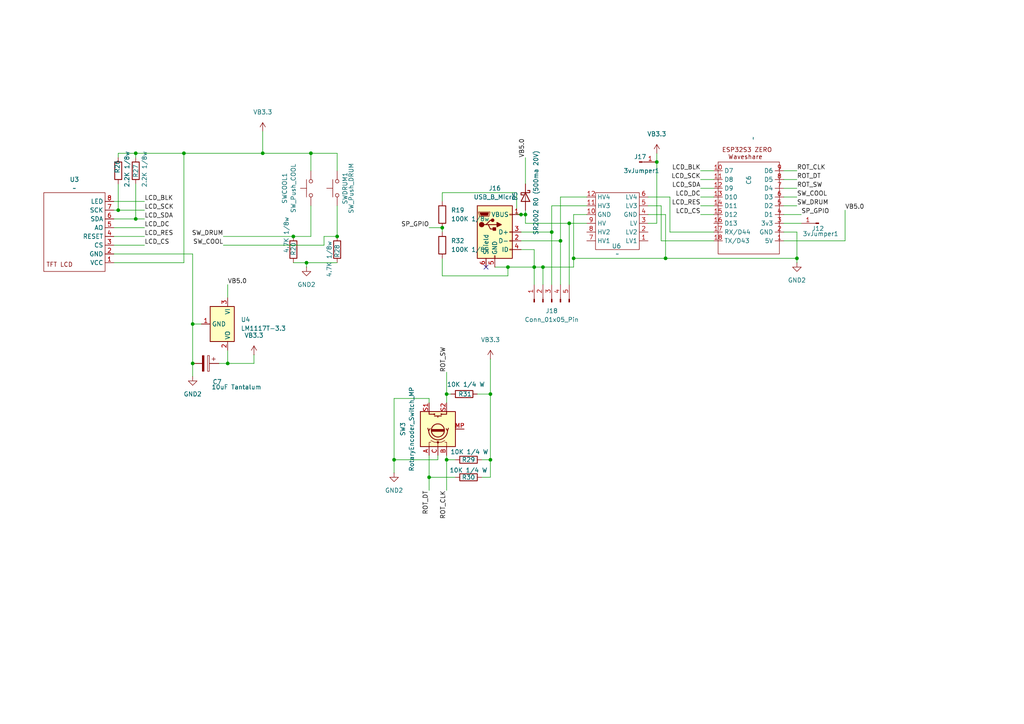
<source format=kicad_sch>
(kicad_sch (version 20231120) (generator "eeschema") (generator_version "8.0")
  (paper "A4")
  (lib_symbols
    (symbol "1_mycustom_symbol_library:Bidirectional Level Shifter Board"
      (property "Reference" "U" (at -10.16 0 0))
      (symbol "Bidirectional Level Shifter Board_0_1"
        (rectangle (start -1.27 8.89) (end 11.43 -7.62))
      )
      (symbol "Bidirectional Level Shifter Board_1_1"
        (pin bidirectional line (at -3.81 6.35 0) (length 2.54) (name "LV1") (number "1"))
        (pin power_in line (at 13.97 -1.27 180) (length 2.54) (name "GND") (number "10"))
        (pin bidirectional line (at 13.97 -3.81 180) (length 2.54) (name "HV3") (number "11"))
        (pin bidirectional line (at 13.97 -6.35 180) (length 2.54) (name "HV4") (number "12"))
        (pin bidirectional line (at -3.81 3.81 0) (length 2.54) (name "LV2") (number "2"))
        (pin power_in line (at -3.81 1.27 0) (length 2.54) (name "LV") (number "3"))
        (pin power_in line (at -3.81 -1.27 0) (length 2.54) (name "GND") (number "4"))
        (pin bidirectional line (at -3.81 -3.81 0) (length 2.54) (name "LV3") (number "5"))
        (pin bidirectional line (at -3.81 -6.35 0) (length 2.54) (name "LV4") (number "6"))
        (pin bidirectional line (at 13.97 6.35 180) (length 2.54) (name "HV1") (number "7"))
        (pin bidirectional line (at 13.97 3.81 180) (length 2.54) (name "HV2") (number "8"))
        (pin power_in line (at 13.97 1.27 180) (length 2.54) (name "HV") (number "9"))
      )
    )
    (symbol "1_mycustom_symbol_library:ST3375_TFT_160x128"
      (property "Reference" "U" (at 0 0 0))
      (symbol "ST3375_TFT_160x128_0_1"
        (rectangle (start 0 6.35) (end 17.78 -16.51))
      )
      (symbol "ST3375_TFT_160x128_1_1"
        (text "TFT LCD" (at 13.208 4.318 0) (effects (font (size 1.27 1.27))))
        (pin input line (at -2.54 3.81 0) (length 2.54) (name "VCC") (number "1"))
        (pin input line (at -2.54 1.27 0) (length 2.54) (name "GND") (number "2"))
        (pin input line (at -2.54 -1.27 0) (length 2.54) (name "CS") (number "3"))
        (pin input line (at -2.54 -3.81 0) (length 2.54) (name "RESET") (number "4"))
        (pin input line (at -2.54 -6.35 0) (length 2.54) (name "AO") (number "5"))
        (pin input line (at -2.54 -8.89 0) (length 2.54) (name "SDA") (number "6"))
        (pin input line (at -2.54 -11.43 0) (length 2.54) (name "SCK") (number "7"))
        (pin input line (at -2.54 -13.97 0) (length 2.54) (name "LED") (number "8"))
      )
    )
    (symbol "1_mycustom_symbol_library:Waveshare_ESP32-S3-Zero"
      (property "Reference" "C" (at 0 0.254 0))
      (symbol "Waveshare_ESP32-S3-Zero_0_1"
        (rectangle (start -8.89 13.97) (end 8.89 -12.7))
      )
      (symbol "Waveshare_ESP32-S3-Zero_1_1"
        (text "ESP32S3 ZERO\nWaveshare \n" (at 0.508 -15.24 0) (effects (font (size 1.27 1.27))))
        (pin power_in line (at -10.16 10.16 0) (length 2.54) (name "5V") (number "1"))
        (pin bidirectional line (at 10.16 -10.16 180) (length 2.54) (name "D7") (number "10"))
        (pin bidirectional line (at 10.16 -7.62 180) (length 2.54) (name "D8") (number "11"))
        (pin bidirectional line (at 10.16 -5.08 180) (length 2.54) (name "D9") (number "12"))
        (pin bidirectional line (at 10.16 -2.54 180) (length 2.54) (name "D10") (number "13"))
        (pin bidirectional line (at 10.16 0 180) (length 2.54) (name "D11") (number "14"))
        (pin bidirectional line (at 10.16 2.54 180) (length 2.54) (name "D12") (number "15"))
        (pin bidirectional line (at 10.16 5.08 180) (length 2.54) (name "D13") (number "16"))
        (pin bidirectional line (at 10.16 7.62 180) (length 2.54) (name "RX/D44") (number "17"))
        (pin bidirectional line (at 10.16 10.16 180) (length 2.54) (name "TX/D43") (number "18"))
        (pin power_in line (at -10.16 7.62 0) (length 2.54) (name "GND") (number "2"))
        (pin power_out line (at -10.16 5.08 0) (length 2.54) (name "3v3") (number "3"))
        (pin bidirectional line (at -10.16 2.54 0) (length 2.54) (name "D1") (number "4"))
        (pin bidirectional line (at -10.16 0 0) (length 2.54) (name "D2") (number "5"))
        (pin bidirectional line (at -10.16 -2.54 0) (length 2.54) (name "D3") (number "6"))
        (pin bidirectional line (at -10.16 -5.08 0) (length 2.54) (name "D4") (number "7"))
        (pin bidirectional line (at -10.16 -7.62 0) (length 2.54) (name "D5") (number "8"))
        (pin bidirectional line (at -10.16 -10.16 0) (length 2.54) (name "D6") (number "9"))
      )
    )
    (symbol "Connector:Conn_01x01_Pin" (pin_names (offset 1.016) hide)
      (property "Reference" "J" (at 0 2.54 0))
      (property "Value" "Conn_01x01_Pin" (at 0 -2.54 0))
      (symbol "Conn_01x01_Pin_1_1"
        (polyline (pts (xy 1.27 0) (xy 0.8636 0)) (stroke (width 0.1524)))
        (rectangle (start 0.8636 0.127) (end 0 -0.127) (stroke (width 0.1524)) (fill (type outline)))
        (pin passive line (at 5.08 0 180) (length 3.81) (name "Pin_1") (number "1"))
      )
    )
    (symbol "Connector:Conn_01x05_Pin" (pin_names (offset 1.016) hide)
      (property "Reference" "J" (at 0 7.62 0))
      (property "Value" "Conn_01x05_Pin" (at 0 -7.62 0))
      (symbol "Conn_01x05_Pin_1_1"
        (polyline (pts (xy 1.27 -5.08) (xy 0.8636 -5.08)) (stroke (width 0.1524)))
        (polyline (pts (xy 1.27 -2.54) (xy 0.8636 -2.54)) (stroke (width 0.1524)))
        (polyline (pts (xy 1.27 0) (xy 0.8636 0)) (stroke (width 0.1524)))
        (polyline (pts (xy 1.27 2.54) (xy 0.8636 2.54)) (stroke (width 0.1524)))
        (polyline (pts (xy 1.27 5.08) (xy 0.8636 5.08)) (stroke (width 0.1524)))
        (rectangle (start 0.8636 -4.953) (end 0 -5.207) (stroke (width 0.1524)) (fill (type outline)))
        (rectangle (start 0.8636 -2.413) (end 0 -2.667) (stroke (width 0.1524)) (fill (type outline)))
        (rectangle (start 0.8636 0.127) (end 0 -0.127) (stroke (width 0.1524)) (fill (type outline)))
        (rectangle (start 0.8636 2.667) (end 0 2.413) (stroke (width 0.1524)) (fill (type outline)))
        (rectangle (start 0.8636 5.207) (end 0 4.953) (stroke (width 0.1524)) (fill (type outline)))
        (pin passive line (at 5.08 5.08 180) (length 3.81) (name "Pin_1") (number "1"))
        (pin passive line (at 5.08 2.54 180) (length 3.81) (name "Pin_2") (number "2"))
        (pin passive line (at 5.08 0 180) (length 3.81) (name "Pin_3") (number "3"))
        (pin passive line (at 5.08 -2.54 180) (length 3.81) (name "Pin_4") (number "4"))
        (pin passive line (at 5.08 -5.08 180) (length 3.81) (name "Pin_5") (number "5"))
      )
    )
    (symbol "Connector:USB_B_Micro" (pin_names (offset 1.016))
      (property "Reference" "J" (at -5.08 11.43 0))
      (property "Value" "USB_B_Micro" (at -5.08 8.89 0))
      (symbol "USB_B_Micro_0_1"
        (rectangle (start -5.08 -7.62) (end 5.08 7.62) (stroke (width 0.254)) (fill (type background)))
        (circle (center -3.81 2.159) (radius 0.635) (stroke (width 0.254)) (fill (type outline)))
        (circle (center -0.635 3.429) (radius 0.381) (stroke (width 0.254)) (fill (type outline)))
        (rectangle (start -0.127 -7.62) (end 0.127 -6.858))
        (polyline (pts (xy -1.905 2.159) (xy 0.635 2.159)) (stroke (width 0.254)))
        (polyline (pts (xy -3.175 2.159) (xy -2.54 2.159) (xy -1.27 3.429) (xy -0.635 3.429)) (stroke (width 0.254)))
        (polyline (pts (xy -2.54 2.159) (xy -1.905 2.159) (xy -1.27 0.889) (xy 0 0.889)) (stroke (width 0.254)))
        (polyline (pts (xy 0.635 2.794) (xy 0.635 1.524) (xy 1.905 2.159) (xy 0.635 2.794)) (stroke (width 0.254)) (fill (type outline)))
        (polyline (pts (xy -4.318 5.588) (xy -1.778 5.588) (xy -2.032 4.826) (xy -4.064 4.826) (xy -4.318 5.588)) (fill (type outline)))
        (polyline (pts (xy -4.699 5.842) (xy -4.699 5.588) (xy -4.445 4.826) (xy -4.445 4.572) (xy -1.651 4.572) (xy -1.651 4.826) (xy -1.397 5.588) (xy -1.397 5.842) (xy -4.699 5.842)))
        (rectangle (start 0.254 1.27) (end -0.508 0.508) (stroke (width 0.254)) (fill (type outline)))
        (rectangle (start 5.08 -5.207) (end 4.318 -4.953))
        (rectangle (start 5.08 -2.667) (end 4.318 -2.413))
        (rectangle (start 5.08 -0.127) (end 4.318 0.127))
        (rectangle (start 5.08 4.953) (end 4.318 5.207))
      )
      (symbol "USB_B_Micro_1_1"
        (pin power_out line (at 7.62 5.08 180) (length 2.54) (name "VBUS") (number "1"))
        (pin bidirectional line (at 7.62 -2.54 180) (length 2.54) (name "D-") (number "2"))
        (pin bidirectional line (at 7.62 0 180) (length 2.54) (name "D+") (number "3"))
        (pin passive line (at 7.62 -5.08 180) (length 2.54) (name "ID") (number "4"))
        (pin power_out line (at 0 -10.16 90) (length 2.54) (name "GND") (number "5"))
        (pin passive line (at -2.54 -10.16 90) (length 2.54) (name "Shield") (number "6"))
      )
    )
    (symbol "Device:C_Polarized" (pin_numbers hide) (pin_names (offset 0.254))
      (property "Reference" "C" (at 0.635 2.54 0))
      (property "Value" "C_Polarized" (at 0.635 -2.54 0))
      (symbol "C_Polarized_0_1"
        (rectangle (start -2.286 0.508) (end 2.286 1.016))
        (polyline (pts (xy -1.778 2.286) (xy -0.762 2.286)))
        (polyline (pts (xy -1.27 2.794) (xy -1.27 1.778)))
        (rectangle (start 2.286 -0.508) (end -2.286 -1.016) (fill (type outline)))
      )
      (symbol "C_Polarized_1_1"
        (pin passive line (at 0 3.81 270) (length 2.794) (name "~") (number "1"))
        (pin passive line (at 0 -3.81 90) (length 2.794) (name "~") (number "2"))
      )
    )
    (symbol "Device:D_Schottky" (pin_numbers hide) (pin_names (offset 1.016) hide)
      (property "Reference" "D" (at 0 2.54 0))
      (property "Value" "D_Schottky" (at 0 -2.54 0))
      (symbol "D_Schottky_0_1"
        (polyline (pts (xy 1.27 0) (xy -1.27 0)))
        (polyline (pts (xy 1.27 1.27) (xy 1.27 -1.27) (xy -1.27 0) (xy 1.27 1.27)) (stroke (width 0.254)))
        (polyline (pts (xy -1.905 0.635) (xy -1.905 1.27) (xy -1.27 1.27) (xy -1.27 -1.27) (xy -0.635 -1.27) (xy -0.635 -0.635)) (stroke (width 0.254)))
      )
      (symbol "D_Schottky_1_1"
        (pin passive line (at -3.81 0 0) (length 2.54) (name "K") (number "1"))
        (pin passive line (at 3.81 0 180) (length 2.54) (name "A") (number "2"))
      )
    )
    (symbol "Device:R" (pin_numbers hide) (pin_names (offset 0))
      (property "Reference" "R" (at 2.032 0 90))
      (property "Value" "R" (at 0 0 90))
      (symbol "R_0_1"
        (rectangle (start -1.016 -2.54) (end 1.016 2.54) (stroke (width 0.254)))
      )
      (symbol "R_1_1"
        (pin passive line (at 0 3.81 270) (length 1.27) (name "~") (number "1"))
        (pin passive line (at 0 -3.81 90) (length 1.27) (name "~") (number "2"))
      )
    )
    (symbol "Device:RotaryEncoder_Switch_MP" (pin_names (offset 0.254) hide)
      (property "Reference" "SW" (at 0 8.89 0))
      (property "Value" "RotaryEncoder_Switch_MP" (at 0 6.35 0))
      (symbol "RotaryEncoder_Switch_MP_0_1"
        (rectangle (start -5.08 5.08) (end 5.08 -5.08) (stroke (width 0.254)) (fill (type background)))
        (circle (center -3.81 0) (radius 0.254) (fill (type outline)))
        (circle (center -0.381 0) (radius 1.905) (stroke (width 0.254)))
        (arc (start -0.381 2.667) (mid -3.0988 -0.0635) (end -0.381 -2.794) (stroke (width 0.254)))
        (polyline (pts (xy -0.635 -1.778) (xy -0.635 1.778)) (stroke (width 0.254)))
        (polyline (pts (xy -0.381 -1.778) (xy -0.381 1.778)) (stroke (width 0.254)))
        (polyline (pts (xy -0.127 1.778) (xy -0.127 -1.778)) (stroke (width 0.254)))
        (polyline (pts (xy 3.81 0) (xy 3.429 0)) (stroke (width 0.254)))
        (polyline (pts (xy 3.81 1.016) (xy 3.81 -1.016)) (stroke (width 0.254)))
        (polyline (pts (xy -5.08 -2.54) (xy -3.81 -2.54) (xy -3.81 -2.032)))
        (polyline (pts (xy -5.08 2.54) (xy -3.81 2.54) (xy -3.81 2.032)))
        (polyline (pts (xy 0.254 -3.048) (xy -0.508 -2.794) (xy 0.127 -2.413)) (stroke (width 0.254)))
        (polyline (pts (xy 0.254 2.921) (xy -0.508 2.667) (xy 0.127 2.286)) (stroke (width 0.254)))
        (polyline (pts (xy 5.08 -2.54) (xy 4.318 -2.54) (xy 4.318 -1.016)) (stroke (width 0.254)))
        (polyline (pts (xy 5.08 2.54) (xy 4.318 2.54) (xy 4.318 1.016)) (stroke (width 0.254)))
        (polyline (pts (xy -5.08 0) (xy -3.81 0) (xy -3.81 -1.016) (xy -3.302 -2.032)))
        (polyline (pts (xy -4.318 0) (xy -3.81 0) (xy -3.81 1.016) (xy -3.302 2.032)))
        (circle (center 4.318 -1.016) (radius 0.127) (stroke (width 0.254)))
        (circle (center 4.318 1.016) (radius 0.127) (stroke (width 0.254)))
      )
      (symbol "RotaryEncoder_Switch_MP_1_1"
        (pin passive line (at -7.62 2.54 0) (length 2.54) (name "A") (number "A"))
        (pin passive line (at -7.62 -2.54 0) (length 2.54) (name "B") (number "B"))
        (pin passive line (at -7.62 0 0) (length 2.54) (name "C") (number "C"))
        (pin passive line (at 0 -7.62 90) (length 2.54) (name "MP") (number "MP"))
        (pin passive line (at 7.62 2.54 180) (length 2.54) (name "S1") (number "S1"))
        (pin passive line (at 7.62 -2.54 180) (length 2.54) (name "S2") (number "S2"))
      )
    )
    (symbol "Regulator_Linear:LM1117T-3.3"
      (property "Reference" "U" (at -3.81 3.175 0))
      (property "Value" "LM1117T-3.3" (at 0 3.175 0))
      (symbol "LM1117T-3.3_0_1"
        (rectangle (start -5.08 -5.08) (end 5.08 1.905) (stroke (width 0.254)) (fill (type background)))
      )
      (symbol "LM1117T-3.3_1_1"
        (pin power_in line (at 0 -7.62 90) (length 2.54) (name "GND") (number "1"))
        (pin power_out line (at 7.62 0 180) (length 2.54) (name "VO") (number "2"))
        (pin power_in line (at -7.62 0 0) (length 2.54) (name "VI") (number "3"))
      )
    )
    (symbol "Switch:SW_Push" (pin_numbers hide) (pin_names (offset 1.016) hide)
      (property "Reference" "SW" (at 1.27 2.54 0))
      (property "Value" "SW_Push" (at 0 -1.524 0))
      (symbol "SW_Push_0_1"
        (circle (center -2.032 0) (radius 0.508))
        (polyline (pts (xy 0 1.27) (xy 0 3.048)))
        (polyline (pts (xy 2.54 1.27) (xy -2.54 1.27)))
        (circle (center 2.032 0) (radius 0.508))
        (pin passive line (at -5.08 0 0) (length 2.54) (name "1") (number "1"))
        (pin passive line (at 5.08 0 180) (length 2.54) (name "2") (number "2"))
      )
    )
    (symbol "power:GND" (power) (pin_numbers hide) (pin_names (offset 0) hide)
      (property "Value" "GND" (at 0 -3.81 0))
      (symbol "GND_0_1"
        (polyline (pts (xy 0 0) (xy 0 -1.27) (xy 1.27 -1.27) (xy 0 -2.54) (xy -1.27 -1.27) (xy 0 -1.27)))
      )
      (symbol "GND_1_1"
        (pin power_in line (at 0 0 270) (length 0) (name "~") (number "1"))
      )
    )
    (symbol "power:GND1" (power) (pin_numbers hide) (pin_names (offset 0) hide)
      (property "Value" "GND1" (at 0 -3.81 0))
      (symbol "GND1_0_1"
        (polyline (pts (xy 0 0) (xy 0 -1.27) (xy 1.27 -1.27) (xy 0 -2.54) (xy -1.27 -1.27) (xy 0 -1.27)))
      )
      (symbol "GND1_1_1"
        (pin power_in line (at 0 0 270) (length 0) (name "~") (number "1"))
      )
    )
    (symbol "power:VD" (power) (pin_numbers hide) (pin_names (offset 0) hide)
      (property "Value" "VD" (at 0 3.556 0))
      (symbol "VD_0_1"
        (polyline (pts (xy -0.762 1.27) (xy 0 2.54)))
        (polyline (pts (xy 0 0) (xy 0 2.54)))
        (polyline (pts (xy 0 2.54) (xy 0.762 1.27)))
      )
      (symbol "VD_1_1"
        (pin power_in line (at 0 0 90) (length 0) (name "~") (number "1"))
      )
    )
  )
  (junction (at 193.04 74.93))
  (junction (at 114.3 133.35))
  (junction (at 129.54 114.3))
  (junction (at 39.37 63.5))
  (junction (at 157.48 77.47))
  (junction (at 55.88 105.41))
  (junction (at 34.29 60.96))
  (junction (at 90.17 44.45))
  (junction (at 166.37 74.93))
  (junction (at 66.04 105.41))
  (junction (at 160.02 67.31))
  (junction (at 190.5 46.99))
  (junction (at 154.94 77.47))
  (junction (at 142.24 114.3))
  (junction (at 88.9 76.2))
  (junction (at 142.24 133.35))
  (junction (at 162.56 69.85))
  (junction (at 129.54 133.35))
  (junction (at 151.13 62.23))
  (junction (at 39.37 44.45))
  (junction (at 85.09 68.58))
  (junction (at 55.88 93.98))
  (junction (at 152.4 62.23))
  (junction (at 124.46 138.43))
  (junction (at 128.27 66.04))
  (junction (at 53.34 44.45))
  (junction (at 165.1 64.77))
  (junction (at 231.14 74.93))
  (junction (at 76.2 44.45))
  (junction (at 147.32 77.47))
  (junction (at 97.79 68.58))
  (no_connect (at 140.97 77.47))
  (wire (pts (xy 128.27 55.88) (xy 149.86 55.88)))
  (wire (pts (xy 160.02 67.31) (xy 160.02 59.69)))
  (wire (pts (xy 191.77 59.69) (xy 191.77 69.85)))
  (wire (pts (xy 76.2 44.45) (xy 90.17 44.45)))
  (wire (pts (xy 187.96 62.23) (xy 193.04 62.23)))
  (wire (pts (xy 231.14 74.93) (xy 231.14 76.2)))
  (wire (pts (xy 187.96 64.77) (xy 190.5 64.77)))
  (wire (pts (xy 129.54 114.3) (xy 129.54 116.84)))
  (wire (pts (xy 231.14 67.31) (xy 231.14 74.93)))
  (wire (pts (xy 90.17 68.58) (xy 90.17 59.69)))
  (wire (pts (xy 66.04 105.41) (xy 73.66 105.41)))
  (wire (pts (xy 97.79 44.45) (xy 90.17 44.45)))
  (wire (pts (xy 142.24 133.35) (xy 142.24 114.3)))
  (wire (pts (xy 152.4 64.77) (xy 165.1 64.77)))
  (wire (pts (xy 128.27 80.01) (xy 147.32 80.01)))
  (wire (pts (xy 139.7 138.43) (xy 142.24 138.43)))
  (wire (pts (xy 128.27 74.93) (xy 128.27 80.01)))
  (wire (pts (xy 187.96 57.15) (xy 194.31 57.15)))
  (wire (pts (xy 151.13 67.31) (xy 160.02 67.31)))
  (wire (pts (xy 39.37 45.72) (xy 39.37 44.45)))
  (wire (pts (xy 203.2 62.23) (xy 207.01 62.23)))
  (wire (pts (xy 193.04 74.93) (xy 231.14 74.93)))
  (wire (pts (xy 190.5 64.77) (xy 190.5 46.99)))
  (wire (pts (xy 124.46 115.57) (xy 114.3 115.57)))
  (wire (pts (xy 227.33 64.77) (xy 232.41 64.77)))
  (wire (pts (xy 162.56 57.15) (xy 162.56 69.85)))
  (wire (pts (xy 124.46 138.43) (xy 124.46 142.24)))
  (wire (pts (xy 187.96 59.69) (xy 191.77 59.69)))
  (wire (pts (xy 53.34 76.2) (xy 53.34 44.45)))
  (wire (pts (xy 191.77 69.85) (xy 207.01 69.85)))
  (wire (pts (xy 53.34 44.45) (xy 76.2 44.45)))
  (wire (pts (xy 41.91 58.42) (xy 33.02 58.42)))
  (wire (pts (xy 227.33 52.07) (xy 231.14 52.07)))
  (wire (pts (xy 132.08 133.35) (xy 129.54 133.35)))
  (wire (pts (xy 165.1 64.77) (xy 165.1 82.55)))
  (wire (pts (xy 73.66 105.41) (xy 73.66 102.87)))
  (wire (pts (xy 97.79 59.69) (xy 97.79 68.58)))
  (wire (pts (xy 63.5 105.41) (xy 66.04 105.41)))
  (wire (pts (xy 33.02 71.12) (xy 41.91 71.12)))
  (wire (pts (xy 85.09 68.58) (xy 90.17 68.58)))
  (wire (pts (xy 203.2 49.53) (xy 207.01 49.53)))
  (wire (pts (xy 152.4 62.23) (xy 152.4 60.96)))
  (wire (pts (xy 245.11 69.85) (xy 245.11 60.96)))
  (wire (pts (xy 85.09 76.2) (xy 88.9 76.2)))
  (wire (pts (xy 128.27 66.04) (xy 128.27 67.31)))
  (wire (pts (xy 157.48 82.55) (xy 157.48 77.47)))
  (wire (pts (xy 34.29 60.96) (xy 41.91 60.96)))
  (wire (pts (xy 157.48 77.47) (xy 166.37 77.47)))
  (wire (pts (xy 55.88 105.41) (xy 55.88 109.22)))
  (wire (pts (xy 93.98 71.12) (xy 93.98 68.58)))
  (wire (pts (xy 142.24 114.3) (xy 138.43 114.3)))
  (wire (pts (xy 55.88 93.98) (xy 55.88 105.41)))
  (wire (pts (xy 149.86 62.23) (xy 151.13 62.23)))
  (wire (pts (xy 39.37 63.5) (xy 41.91 63.5)))
  (wire (pts (xy 162.56 69.85) (xy 162.56 82.55)))
  (wire (pts (xy 64.77 71.12) (xy 93.98 71.12)))
  (wire (pts (xy 93.98 68.58) (xy 97.79 68.58)))
  (wire (pts (xy 39.37 53.34) (xy 39.37 63.5)))
  (wire (pts (xy 33.02 68.58) (xy 41.91 68.58)))
  (wire (pts (xy 129.54 107.95) (xy 129.54 114.3)))
  (wire (pts (xy 203.2 59.69) (xy 207.01 59.69)))
  (wire (pts (xy 139.7 133.35) (xy 142.24 133.35)))
  (wire (pts (xy 66.04 101.6) (xy 66.04 105.41)))
  (wire (pts (xy 39.37 44.45) (xy 53.34 44.45)))
  (wire (pts (xy 227.33 54.61) (xy 231.14 54.61)))
  (wire (pts (xy 151.13 69.85) (xy 162.56 69.85)))
  (wire (pts (xy 143.51 77.47) (xy 147.32 77.47)))
  (wire (pts (xy 142.24 104.14) (xy 142.24 114.3)))
  (wire (pts (xy 152.4 45.72) (xy 152.4 53.34)))
  (wire (pts (xy 124.46 115.57) (xy 124.46 116.84)))
  (wire (pts (xy 149.86 55.88) (xy 149.86 62.23)))
  (wire (pts (xy 114.3 133.35) (xy 127 133.35)))
  (wire (pts (xy 190.5 46.99) (xy 190.5 44.45)))
  (wire (pts (xy 227.33 67.31) (xy 231.14 67.31)))
  (wire (pts (xy 130.81 114.3) (xy 129.54 114.3)))
  (wire (pts (xy 193.04 62.23) (xy 193.04 74.93)))
  (wire (pts (xy 154.94 77.47) (xy 154.94 82.55)))
  (wire (pts (xy 152.4 62.23) (xy 152.4 64.77)))
  (wire (pts (xy 154.94 77.47) (xy 157.48 77.47)))
  (wire (pts (xy 160.02 67.31) (xy 160.02 82.55)))
  (wire (pts (xy 66.04 82.55) (xy 66.04 86.36)))
  (wire (pts (xy 166.37 77.47) (xy 166.37 74.93)))
  (wire (pts (xy 33.02 66.04) (xy 41.91 66.04)))
  (wire (pts (xy 227.33 69.85) (xy 245.11 69.85)))
  (wire (pts (xy 124.46 132.08) (xy 124.46 138.43)))
  (wire (pts (xy 33.02 63.5) (xy 39.37 63.5)))
  (wire (pts (xy 90.17 49.53) (xy 90.17 44.45)))
  (wire (pts (xy 165.1 64.77) (xy 170.18 64.77)))
  (wire (pts (xy 147.32 77.47) (xy 154.94 77.47)))
  (wire (pts (xy 76.2 38.1) (xy 76.2 44.45)))
  (wire (pts (xy 166.37 62.23) (xy 166.37 74.93)))
  (wire (pts (xy 34.29 53.34) (xy 34.29 60.96)))
  (wire (pts (xy 227.33 62.23) (xy 232.41 62.23)))
  (wire (pts (xy 114.3 133.35) (xy 114.3 137.16)))
  (wire (pts (xy 33.02 76.2) (xy 53.34 76.2)))
  (wire (pts (xy 194.31 57.15) (xy 194.31 67.31)))
  (wire (pts (xy 127 133.35) (xy 127 132.08)))
  (wire (pts (xy 154.94 72.39) (xy 154.94 77.47)))
  (wire (pts (xy 34.29 44.45) (xy 39.37 44.45)))
  (wire (pts (xy 170.18 62.23) (xy 166.37 62.23)))
  (wire (pts (xy 88.9 76.2) (xy 97.79 76.2)))
  (wire (pts (xy 128.27 58.42) (xy 128.27 55.88)))
  (wire (pts (xy 64.77 68.58) (xy 85.09 68.58)))
  (wire (pts (xy 160.02 59.69) (xy 170.18 59.69)))
  (wire (pts (xy 33.02 73.66) (xy 55.88 73.66)))
  (wire (pts (xy 124.46 138.43) (xy 132.08 138.43)))
  (wire (pts (xy 203.2 57.15) (xy 207.01 57.15)))
  (wire (pts (xy 151.13 72.39) (xy 154.94 72.39)))
  (wire (pts (xy 151.13 62.23) (xy 152.4 62.23)))
  (wire (pts (xy 170.18 57.15) (xy 162.56 57.15)))
  (wire (pts (xy 129.54 133.35) (xy 129.54 142.24)))
  (wire (pts (xy 124.46 66.04) (xy 128.27 66.04)))
  (wire (pts (xy 147.32 80.01) (xy 147.32 77.47)))
  (wire (pts (xy 33.02 60.96) (xy 34.29 60.96)))
  (wire (pts (xy 55.88 73.66) (xy 55.88 93.98)))
  (wire (pts (xy 114.3 115.57) (xy 114.3 133.35)))
  (wire (pts (xy 129.54 133.35) (xy 129.54 132.08)))
  (wire (pts (xy 227.33 57.15) (xy 231.14 57.15)))
  (wire (pts (xy 203.2 52.07) (xy 207.01 52.07)))
  (wire (pts (xy 34.29 45.72) (xy 34.29 44.45)))
  (wire (pts (xy 142.24 138.43) (xy 142.24 133.35)))
  (wire (pts (xy 97.79 49.53) (xy 97.79 44.45)))
  (wire (pts (xy 55.88 93.98) (xy 58.42 93.98)))
  (wire (pts (xy 194.31 67.31) (xy 207.01 67.31)))
  (wire (pts (xy 166.37 74.93) (xy 193.04 74.93)))
  (wire (pts (xy 88.9 77.47) (xy 88.9 76.2)))
  (wire (pts (xy 227.33 49.53) (xy 231.14 49.53)))
  (wire (pts (xy 203.2 54.61) (xy 207.01 54.61)))
  (wire (pts (xy 227.33 59.69) (xy 231.14 59.69)))
  (label "SW_DRUM" (at 64.77 68.58 180))
  (label "LCD_SDA" (at 203.2 54.61 180))
  (label "VB5.0" (at 245.11 60.96 0))
  (label "LCD_RES" (at 203.2 59.69 180))
  (label "SW_DRUM" (at 231.14 59.69 0))
  (label "LCD_BLK" (at 203.2 49.53 180))
  (label "LCD_SCK" (at 41.91 60.96 0))
  (label "SP_GPIO" (at 232.41 62.23 0))
  (label "LCD_CS" (at 203.2 62.23 180))
  (label "SW_COOL" (at 231.14 57.15 0))
  (label "ROT_SW" (at 129.54 107.95 90))
  (label "LCD_SDA" (at 41.91 63.5 0))
  (label "LCD_DC" (at 41.91 66.04 0))
  (label "LCD_DC" (at 203.2 57.15 180))
  (label "ROT_CLK" (at 129.54 142.24 270))
  (label "LCD_BLK" (at 41.91 58.42 0))
  (label "LCD_CS" (at 41.91 71.12 0))
  (label "SW_COOL" (at 64.77 71.12 180))
  (label "VB5.0" (at 152.4 45.72 90))
  (label "LCD_SCK" (at 203.2 52.07 180))
  (label "ROT_DT" (at 124.46 142.24 270))
  (label "VB5.0" (at 66.04 82.55 0))
  (label "SP_GPIO" (at 124.46 66.04 180))
  (label "ROT_CLK" (at 231.14 49.53 0))
  (label "ROT_SW" (at 231.14 54.61 0))
  (label "ROT_DT" (at 231.14 52.07 0))
  (label "LCD_RES" (at 41.91 68.58 0))
  (symbol (lib_id "power:GND") (at 55.88 109.22 0) (unit 1)
    (property "Reference" "#PWR035" (effects (hide yes)))
    (property "Value" "GND2" (at 55.88 114.3 0))
    (property "Description" "Power symbol creates a global label with name \"GND\" , ground" (effects (hide yes)))
  )
  (symbol (lib_id "power:GND") (at 231.14 76.2 0) (unit 1)
    (property "Reference" "#PWR032" (effects (hide yes)))
    (property "Value" "GND2" (at 231.14 81.28 0))
    (property "Description" "Power symbol creates a global label with name \"GND\" , ground" (effects (hide yes)))
  )
  (symbol (lib_id "power:VD") (at 76.2 38.1 0) (unit 1)
    (property "Reference" "#PWR038" (effects (hide yes)))
    (property "Value" "VB3.3" (at 76.2 32.512 0))
    (property "Description" "Power symbol creates a global label with name \"VD\"" (effects (hide yes)))
  )
  (symbol (lib_id "Device:RotaryEncoder_Switch_MP") (at 127 124.46 90) (unit 1)
    (property "Reference" "SW3" (at 116.84 124.46 0))
    (property "Value" "RotaryEncoder_Switch_MP" (at 119.38 124.46 0))
    (property "Footprint" "Rotary_Encoder:RotaryEncoder_Alps_EC12E-Switch_Vertical_H20mm_CircularMountingHoles" (effects (hide yes)))
    (property "Description" "Rotary encoder, dual channel, incremental quadrate outputs, with switch and MP Pin" (effects (hide yes)))
  )
  (symbol (lib_id "Device:R") (at 34.29 49.53 0) (unit 1)
    (property "Reference" "R26" (at 34.036 50.292 90) (effects (justify left)))
    (property "Value" "2.2K 1/8w" (at 36.83 54.356 90) (effects (justify left)))
    (property "Footprint" "R_Axial_DIN0204_L3.6mm_D1.6mm_P7.62mm_Horizontal" (effects (hide yes)))
    (property "Description" "Resistor" (effects (hide yes)))
  )
  (symbol (lib_id "Connector:Conn_01x05_Pin") (at 160.02 87.63 90) (unit 1)
    (property "Reference" "J18" (at 160.02 90.17 90))
    (property "Value" "Conn_01x05_Pin" (at 160.02 92.71 90))
    (property "Footprint" "Connector_JST:JST_EH_B5B-EH-A_1x05_P2.50mm_Vertical" (effects (hide yes)))
    (property "Description" "Generic connector, single row, 01x05, script generated" (effects (hide yes)))
  )
  (symbol (lib_id "Regulator_Linear:LM1117T-3.3") (at 66.04 93.98 270) (unit 1)
    (property "Reference" "U4" (at 69.85 92.7099 90) (effects (justify left)))
    (property "Value" "LM1117T-3.3" (at 69.85 95.2499 90) (effects (justify left)))
    (property "Footprint" "Package_TO_SOT_THT:TO-220-3_Vertical" (effects (hide yes)))
    (property "Datasheet" "http://www.ti.com/lit/ds/symlink/lm1117.pdf" (effects (hide yes)))
    (property "Description" "800mA Low-Dropout Linear Regulator, 3.3V fixed output, TO-220" (effects (hide yes)))
  )
  (symbol (lib_id "power:GND1") (at 114.3 137.16 0) (unit 1)
    (property "Reference" "#PWR031" (effects (hide yes)))
    (property "Value" "GND2" (at 114.3 142.24 0))
    (property "Description" "Power symbol creates a global label with name \"GND1\" , ground" (effects (hide yes)))
  )
  (symbol (lib_id "Device:D_Schottky") (at 152.4 57.15 270) (unit 1)
    (property "Reference" "D5" (at 149.352 56.896 0))
    (property "Value" "SR2002 R0 (500ma 20V)" (at 155.448 55.88 0))
    (property "Footprint" "Diode_THT:D_DO-41_SOD81_P7.62mm_Horizontal" (effects (hide yes)))
    (property "Description" "Schottky diode" (effects (hide yes)))
  )
  (symbol (lib_id "Connector:Conn_01x01_Pin") (at 237.49 64.77 180) (unit 1)
    (property "Reference" "J12" (at 237.236 66.294 0))
    (property "Value" "3vJumper1" (at 237.998 67.818 0))
    (property "Footprint" "Connector_PinHeader_2.54mm:PinHeader_1x01_P2.54mm_Vertical" (effects (hide yes)))
    (property "Description" "Generic connector, single row, 01x01, script generated" (effects (hide yes)))
  )
  (symbol (lib_id "Device:R") (at 135.89 138.43 270) (unit 1)
    (property "Reference" "R30" (at 135.89 138.43 90))
    (property "Value" "10K 1/4 W" (at 135.89 136.398 90))
    (property "Footprint" "Resistor_THT:R_Axial_DIN0204_L3.6mm_D1.6mm_P5.08mm_Horizontal" (effects (hide yes)))
    (property "Description" "Resistor" (effects (hide yes)))
  )
  (symbol (lib_id "Device:R") (at 97.79 72.39 180) (unit 1)
    (property "Reference" "R28" (at 97.79 70.866 90) (effects (justify left)))
    (property "Value" "4.7K 1/8w" (at 95.504 69.85 90) (effects (justify left)))
    (property "Footprint" "R_Axial_DIN0204_L3.6mm_D1.6mm_P7.62mm_Horizontal" (effects (hide yes)))
    (property "Description" "Resistor" (effects (hide yes)))
  )
  (symbol (lib_id "Connector:USB_B_Micro") (at 143.51 67.31 0) (unit 1)
    (property "Reference" "J16" (at 143.51 54.61 0))
    (property "Value" "USB_B_Micro" (at 143.51 57.15 0))
    (property "Footprint" "1_my_custom_library:USB Micro 5P" (effects (hide yes)))
    (property "Description" "USB Micro Type B connector" (effects (hide yes)))
  )
  (symbol (lib_id "Switch:SW_Push") (at 90.17 54.61 90) (unit 1)
    (property "Reference" "SWCOOL1" (at 82.55 54.61 0))
    (property "Value" "SW_Push_COOL" (at 85.09 54.61 0))
    (property "Footprint" "Button_Switch_THT:SW_PUSH_6mm" (effects (hide yes)))
    (property "Description" "Push button switch, generic, two pins" (effects (hide yes)))
  )
  (symbol (lib_id "Switch:SW_Push") (at 97.79 54.61 90) (unit 1)
    (property "Reference" "SWDRUM1" (at 100.076 54.61 0))
    (property "Value" "SW_Push_DRUM" (at 101.854 54.61 0))
    (property "Footprint" "Button_Switch_THT:SW_PUSH_6mm" (effects (hide yes)))
    (property "Description" "Push button switch, generic, two pins" (effects (hide yes)))
  )
  (symbol (lib_id "Device:R") (at 39.37 49.53 0) (unit 1)
    (property "Reference" "R27" (at 39.37 51.562 90) (effects (justify left)))
    (property "Value" "2.2K 1/8w" (at 41.91 54.356 90) (effects (justify left)))
    (property "Footprint" "R_Axial_DIN0204_L3.6mm_D1.6mm_P7.62mm_Horizontal" (effects (hide yes)))
    (property "Description" "Resistor" (effects (hide yes)))
  )
  (symbol (lib_id "Device:R") (at 134.62 114.3 270) (unit 1)
    (property "Reference" "R31" (at 134.874 114.3 90))
    (property "Value" "10K 1/4 W" (at 135.128 111.506 90))
    (property "Footprint" "Resistor_THT:R_Axial_DIN0204_L3.6mm_D1.6mm_P5.08mm_Horizontal" (effects (hide yes)))
    (property "Description" "Resistor" (effects (hide yes)))
  )
  (symbol (lib_id "Device:R") (at 85.09 72.39 0) (unit 1)
    (property "Reference" "R20" (at 85.09 74.168 90) (effects (justify left)))
    (property "Value" "4.7K 1/8w" (at 83.058 73.406 90) (effects (justify left)))
    (property "Footprint" "R_Axial_DIN0204_L3.6mm_D1.6mm_P7.62mm_Horizontal" (effects (hide yes)))
    (property "Description" "Resistor" (effects (hide yes)))
  )
  (symbol (lib_id "power:GND1") (at 88.9 77.47 0) (unit 1)
    (property "Reference" "#PWR0101" (effects (hide yes)))
    (property "Value" "GND2" (at 88.9 82.55 0))
    (property "Description" "Power symbol creates a global label with name \"GND1\" , ground" (effects (hide yes)))
  )
  (symbol (lib_id "power:VD") (at 142.24 104.14 0) (unit 1)
    (property "Reference" "#PWR027" (effects (hide yes)))
    (property "Value" "VB3.3" (at 142.24 98.552 0))
    (property "Description" "Power symbol creates a global label with name \"VD\"" (effects (hide yes)))
  )
  (symbol (lib_id "Device:R") (at 135.89 133.35 270) (unit 1)
    (property "Reference" "R29" (at 135.89 133.35 90))
    (property "Value" "10K 1/4 W" (at 136.144 131.064 90))
    (property "Footprint" "Resistor_THT:R_Axial_DIN0204_L3.6mm_D1.6mm_P5.08mm_Horizontal" (effects (hide yes)))
    (property "Description" "Resistor" (effects (hide yes)))
  )
  (symbol (lib_id "1_mycustom_symbol_library:ST3375_TFT_160x128") (at 30.48 72.39 180) (unit 1)
    (property "Reference" "U3" (at 21.59 52.07 0))
    (property "Value" "~" (at 21.59 54.61 0))
    (property "Footprint" "1_my_custom_library:ST3375_TFT_120x160" (effects (hide yes)))
  )
  (symbol (lib_id "power:VD") (at 190.5 44.45 0) (unit 1)
    (property "Reference" "#PWR025" (effects (hide yes)))
    (property "Value" "VB3.3" (at 190.5 38.862 0))
    (property "Description" "Power symbol creates a global label with name \"VD\"" (effects (hide yes)))
  )
  (symbol (lib_id "1_mycustom_symbol_library:Bidirectional Level Shifter Board") (at 184.15 63.5 180) (unit 1)
    (property "Reference" "U6" (at 178.816 71.374 0))
    (property "Value" "~" (at 179.07 73.66 0))
    (property "Footprint" "1_my_custom_library:Bidirectional Level Shifter 4x" (effects (hide yes)))
  )
  (symbol (lib_id "Connector:Conn_01x01_Pin") (at 185.42 46.99 0) (unit 1)
    (property "Reference" "J17" (at 185.674 45.466 0))
    (property "Value" "3vJumper1" (at 186.055 49.53 0))
    (property "Footprint" "Connector_PinHeader_2.54mm:PinHeader_1x01_P2.54mm_Vertical" (effects (hide yes)))
    (property "Description" "Generic connector, single row, 01x01, script generated" (effects (hide yes)))
  )
  (symbol (lib_id "1_mycustom_symbol_library:Waveshare_ESP32-S3-Zero") (at 217.17 59.69 180) (unit 1)
    (property "Reference" "C6" (at 217.17 53.594 90) (effects (justify right)))
    (property "Value" "~" (at 218.44 40.64 90) (effects (justify right)))
    (property "Footprint" "1_my_custom_library:ESP32S3 Zero Waveshare" (effects (hide yes)))
  )
  (symbol (lib_id "power:VD") (at 73.66 102.87 0) (unit 1)
    (property "Reference" "#PWR036" (effects (hide yes)))
    (property "Value" "VB3.3" (at 73.66 97.282 0))
    (property "Description" "Power symbol creates a global label with name \"VD\"" (effects (hide yes)))
  )
  (symbol (lib_id "Device:R") (at 128.27 71.12 0) (unit 1)
    (property "Reference" "R32" (at 130.81 69.8499 0) (effects (justify left)))
    (property "Value" "100K 1/8w" (at 130.81 72.3899 0) (effects (justify left)))
    (property "Footprint" "R_Axial_DIN0204_L3.6mm_D1.6mm_P7.62mm_Horizontal" (effects (hide yes)))
    (property "Description" "Resistor" (effects (hide yes)))
  )
  (symbol (lib_id "Device:R") (at 128.27 62.23 0) (unit 1)
    (property "Reference" "R19" (at 130.81 60.9599 0) (effects (justify left)))
    (property "Value" "100K 1/8w" (at 130.81 63.4999 0) (effects (justify left)))
    (property "Footprint" "R_Axial_DIN0204_L3.6mm_D1.6mm_P7.62mm_Horizontal" (effects (hide yes)))
    (property "Description" "Resistor" (effects (hide yes)))
  )
  (symbol (lib_id "Device:C_Polarized") (at 59.69 105.41 270) (unit 1)
    (property "Reference" "C7" (at 62.992 110.744 90))
    (property "Value" "10uF Tantalum" (at 68.58 112.268 90))
    (property "Footprint" "Capacitor_THT:CP_Radial_Tantal_D4.5mm_P2.50mm" (effects (hide yes)))
    (property "Description" "Polarized capacitor" (effects (hide yes)))
  )
)
</source>
